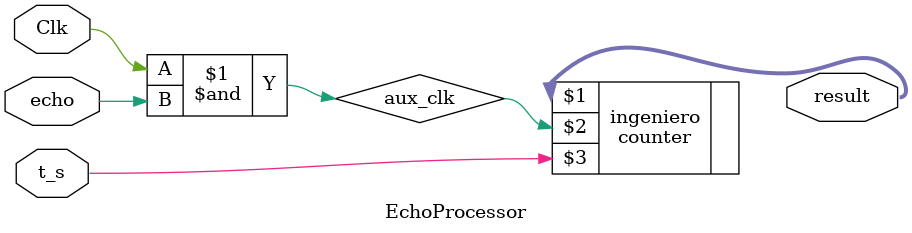
<source format=v>

module EchoProcessor(Clk,echo,t_s,result);
input Clk, echo,t_s;
output wire[7:0] result;
wire aux_clk;
and(aux_clk,Clk,echo);
counter ingeniero(result,aux_clk,t_s);


endmodule

</source>
